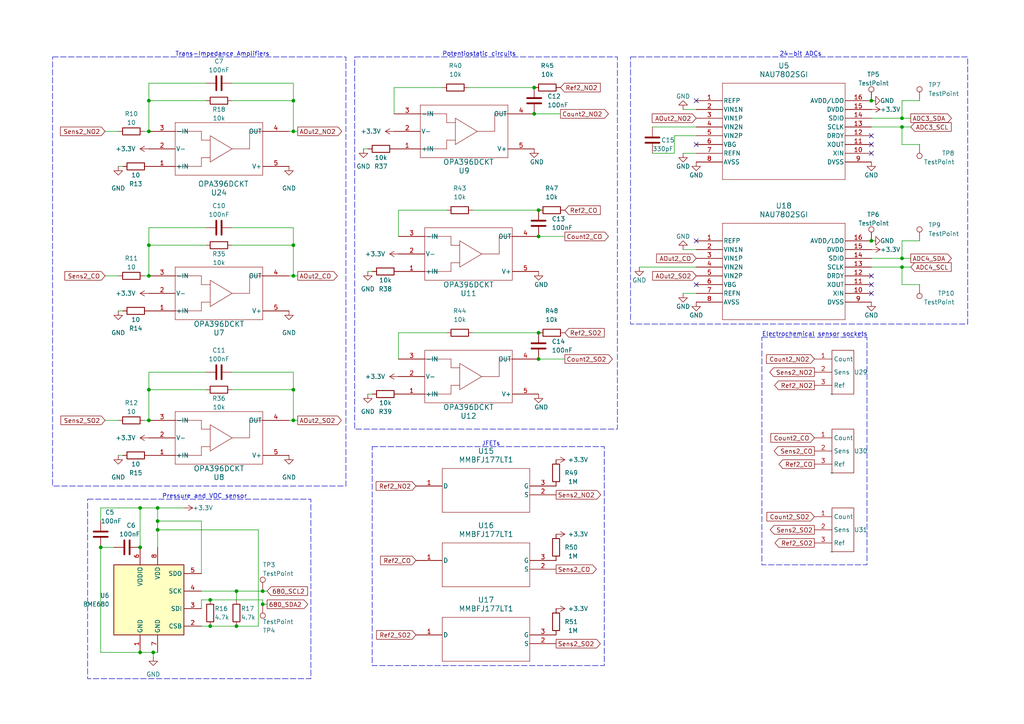
<source format=kicad_sch>
(kicad_sch (version 20230121) (generator eeschema)
  (paper "A4")
  (lib_symbols
    (symbol "Connector:TestPoint" (pin_numbers hide) (pin_names (offset 0.762) hide)
      (property "Reference" "TP" (at 0 6.858 0))
      (property "Value" "TestPoint" (at 0 5.08 0))
      (symbol "TestPoint_0_1"
        (circle (center 0 3.302) (radius 0.762))
      )
      (symbol "TestPoint_1_1"
        (pin passive line (at 0 0 90) (length 2.54) (name "1") (number "1"))
      )
    )
    (symbol "Device:C" (pin_numbers hide) (pin_names (offset 0.254))
      (property "Reference" "C" (at 0.635 2.54 0))
      (property "Value" "C" (at 0.635 -2.54 0))
      (symbol "C_0_1"
        (polyline (pts (xy -2.032 -0.762) (xy 2.032 -0.762)) (stroke (width 0.508)))
        (polyline (pts (xy -2.032 0.762) (xy 2.032 0.762)) (stroke (width 0.508)))
      )
      (symbol "C_1_1"
        (pin passive line (at 0 3.81 270) (length 2.794) (name "~") (number "1"))
        (pin passive line (at 0 -3.81 90) (length 2.794) (name "~") (number "2"))
      )
    )
    (symbol "Device:R" (pin_numbers hide) (pin_names (offset 0))
      (property "Reference" "R" (at 2.032 0 90))
      (property "Value" "R" (at 0 0 90))
      (symbol "R_0_1"
        (rectangle (start -1.016 -2.54) (end 1.016 2.54) (stroke (width 0.254)))
      )
      (symbol "R_1_1"
        (pin passive line (at 0 3.81 270) (length 1.27) (name "~") (number "1"))
        (pin passive line (at 0 -3.81 90) (length 1.27) (name "~") (number "2"))
      )
    )
    (symbol "EChem socket:3-pin_socket"
      (property "Reference" "U" (at 0 -1.143 0))
      (symbol "3-pin_socket_0_1"
        (rectangle (start 0 12.7) (end 6.35 0))
      )
      (symbol "3-pin_socket_1_1"
        (pin passive line (at -5.08 10.16 0) (length 5.08) (name "Count") (number "1"))
        (pin passive line (at -5.08 6.35 0) (length 5.08) (name "Sens") (number "2"))
        (pin passive line (at -5.08 2.54 0) (length 5.08) (name "Ref") (number "3"))
      )
    )
    (symbol "GND_10" (power) (pin_names (offset 0))
      (property "Value" "GND_10" (at 0 -3.81 0))
      (symbol "GND_10_0_1"
        (polyline (pts (xy 0 0) (xy 0 -1.27) (xy 1.27 -1.27) (xy 0 -2.54) (xy -1.27 -1.27) (xy 0 -1.27)))
      )
      (symbol "GND_10_1_1"
        (pin power_in line (at 0 0 270) (length 0) hide (name "GND") (number "1"))
      )
    )
    (symbol "GND_4" (power) (pin_names (offset 0))
      (property "Value" "GND_4" (at 0 -3.81 0))
      (symbol "GND_4_0_1"
        (polyline (pts (xy 0 0) (xy 0 -1.27) (xy 1.27 -1.27) (xy 0 -2.54) (xy -1.27 -1.27) (xy 0 -1.27)))
      )
      (symbol "GND_4_1_1"
        (pin power_in line (at 0 0 270) (length 0) hide (name "GND") (number "1"))
      )
    )
    (symbol "GND_5" (power) (pin_names (offset 0))
      (property "Value" "GND_5" (at 0 -3.81 0))
      (symbol "GND_5_0_1"
        (polyline (pts (xy 0 0) (xy 0 -1.27) (xy 1.27 -1.27) (xy 0 -2.54) (xy -1.27 -1.27) (xy 0 -1.27)))
      )
      (symbol "GND_5_1_1"
        (pin power_in line (at 0 0 270) (length 0) hide (name "GND") (number "1"))
      )
    )
    (symbol "GND_6" (power) (pin_names (offset 0))
      (property "Value" "GND_6" (at 0 -3.81 0))
      (symbol "GND_6_0_1"
        (polyline (pts (xy 0 0) (xy 0 -1.27) (xy 1.27 -1.27) (xy 0 -2.54) (xy -1.27 -1.27) (xy 0 -1.27)))
      )
      (symbol "GND_6_1_1"
        (pin power_in line (at 0 0 270) (length 0) hide (name "GND") (number "1"))
      )
    )
    (symbol "GND_7" (power) (pin_names (offset 0))
      (property "Value" "GND_7" (at 0 -3.81 0))
      (symbol "GND_7_0_1"
        (polyline (pts (xy 0 0) (xy 0 -1.27) (xy 1.27 -1.27) (xy 0 -2.54) (xy -1.27 -1.27) (xy 0 -1.27)))
      )
      (symbol "GND_7_1_1"
        (pin power_in line (at 0 0 270) (length 0) hide (name "GND") (number "1"))
      )
    )
    (symbol "GND_8" (power) (pin_names (offset 0))
      (property "Value" "GND_8" (at 0 -3.81 0))
      (symbol "GND_8_0_1"
        (polyline (pts (xy 0 0) (xy 0 -1.27) (xy 1.27 -1.27) (xy 0 -2.54) (xy -1.27 -1.27) (xy 0 -1.27)))
      )
      (symbol "GND_8_1_1"
        (pin power_in line (at 0 0 270) (length 0) hide (name "GND") (number "1"))
      )
    )
    (symbol "GND_9" (power) (pin_names (offset 0))
      (property "Value" "GND_9" (at 0 -3.81 0))
      (symbol "GND_9_0_1"
        (polyline (pts (xy 0 0) (xy 0 -1.27) (xy 1.27 -1.27) (xy 0 -2.54) (xy -1.27 -1.27) (xy 0 -1.27)))
      )
      (symbol "GND_9_1_1"
        (pin power_in line (at 0 0 270) (length 0) hide (name "GND") (number "1"))
      )
    )
    (symbol "MMBFJ177LT1G:MMBFJ177LT1" (pin_names (offset 0.254))
      (property "Reference" "U" (at 20.32 10.16 0))
      (property "Value" "MMBFJ177LT1" (at 20.32 7.62 0))
      (symbol "MMBFJ177LT1_0_1"
        (polyline (pts (xy 7.62 -7.62) (xy 33.02 -7.62)) (stroke (width 0.127)))
        (polyline (pts (xy 7.62 5.08) (xy 7.62 -7.62)) (stroke (width 0.127)))
        (polyline (pts (xy 33.02 -7.62) (xy 33.02 5.08)) (stroke (width 0.127)))
        (polyline (pts (xy 33.02 5.08) (xy 7.62 5.08)) (stroke (width 0.127)))
      )
      (symbol "MMBFJ177LT1_1_1"
        (pin passive line (at 0 0 0) (length 7.62) (name "D") (number "1"))
        (pin passive line (at 40.64 -2.54 180) (length 7.62) (name "S") (number "2"))
        (pin passive line (at 40.64 0 180) (length 7.62) (name "G") (number "3"))
      )
    )
    (symbol "NAU7802:NAU7802SGI" (pin_names (offset 0.254))
      (property "Reference" "U" (at 25.4 10.16 0))
      (property "Value" "NAU7802SGI" (at 25.4 7.62 0))
      (symbol "NAU7802SGI_0_1"
        (polyline (pts (xy 7.62 -22.86) (xy 43.18 -22.86)) (stroke (width 0.127)))
        (polyline (pts (xy 7.62 5.08) (xy 7.62 -22.86)) (stroke (width 0.127)))
        (polyline (pts (xy 43.18 -22.86) (xy 43.18 5.08)) (stroke (width 0.127)))
        (polyline (pts (xy 43.18 5.08) (xy 7.62 5.08)) (stroke (width 0.127)))
        (pin output line (at 50.8 -12.7 180) (length 7.62) (name "XOUT") (number "11"))
        (pin power_in line (at 50.8 -2.54 180) (length 7.62) (name "DVDD") (number "15"))
        (pin power_in line (at 50.8 0 180) (length 7.62) (name "AVDD/LDO") (number "16"))
        (pin input line (at 0 -2.54 0) (length 7.62) (name "VIN1N") (number "2"))
        (pin input line (at 0 -5.08 0) (length 7.62) (name "VIN1P") (number "3"))
        (pin input line (at 0 -7.62 0) (length 7.62) (name "VIN2N") (number "4"))
        (pin input line (at 0 -10.16 0) (length 7.62) (name "VIN2P") (number "5"))
        (pin power_out line (at 0 -17.78 0) (length 7.62) (name "AVSS") (number "8"))
        (pin power_out line (at 50.8 -17.78 180) (length 7.62) (name "DVSS") (number "9"))
      )
      (symbol "NAU7802SGI_1_1"
        (pin passive line (at 0 0 0) (length 7.62) (name "REFP") (number "1"))
        (pin passive line (at 50.8 -15.24 180) (length 7.62) (name "XIN") (number "10"))
        (pin passive line (at 50.8 -10.16 180) (length 7.62) (name "DRDY") (number "12"))
        (pin passive line (at 50.8 -7.62 180) (length 7.62) (name "SCLK") (number "13"))
        (pin passive line (at 50.8 -5.08 180) (length 7.62) (name "SDIO") (number "14"))
        (pin passive line (at 0 -12.7 0) (length 7.62) (name "VBG") (number "6"))
        (pin passive line (at 0 -15.24 0) (length 7.62) (name "REFN") (number "7"))
      )
    )
    (symbol "OPA396DCKT:OPA396DCKT" (pin_names (offset 0.254))
      (property "Reference" "U" (at 20.32 7.62 0))
      (property "Value" "OPA396DCKT" (at 20.32 5.08 0))
      (symbol "OPA396DCKT_0_1"
        (polyline (pts (xy 7.62 -12.7) (xy 33.02 -12.7)) (stroke (width 0.127)))
        (polyline (pts (xy 7.62 -10.16) (xy 15.24 -10.16)) (stroke (width 0.127)))
        (polyline (pts (xy 7.62 0) (xy 15.24 0)) (stroke (width 0.127)))
        (polyline (pts (xy 7.62 2.54) (xy 7.62 -12.7)) (stroke (width 0.127)))
        (polyline (pts (xy 15.24 -10.16) (xy 15.24 -7.62)) (stroke (width 0.127)))
        (polyline (pts (xy 15.24 -7.62) (xy 17.78 -7.62)) (stroke (width 0.127)))
        (polyline (pts (xy 15.24 -2.54) (xy 17.78 -2.54)) (stroke (width 0.127)))
        (polyline (pts (xy 15.24 0) (xy 15.24 -2.54)) (stroke (width 0.127)))
        (polyline (pts (xy 17.78 -8.89) (xy 24.13 -5.08)) (stroke (width 0.127)))
        (polyline (pts (xy 17.78 -1.27) (xy 17.78 -8.89)) (stroke (width 0.127)))
        (polyline (pts (xy 17.78 -1.27) (xy 24.13 -5.08)) (stroke (width 0.127)))
        (polyline (pts (xy 29.21 -10.16) (xy 29.21 -5.08)) (stroke (width 0.127)))
        (polyline (pts (xy 29.21 -5.08) (xy 24.13 -5.08)) (stroke (width 0.127)))
        (polyline (pts (xy 33.02 -12.7) (xy 33.02 2.54)) (stroke (width 0.127)))
        (polyline (pts (xy 33.02 -10.16) (xy 29.21 -10.16)) (stroke (width 0.127)))
        (polyline (pts (xy 33.02 2.54) (xy 7.62 2.54)) (stroke (width 0.127)))
        (pin input line (at 0 0 0) (length 7.62) (name "+IN") (number "1"))
        (pin power_in line (at 0 -5.08 0) (length 7.62) (name "V-") (number "2"))
        (pin input line (at 0 -10.16 0) (length 7.62) (name "-IN") (number "3"))
        (pin output line (at 40.64 -10.16 180) (length 7.62) (name "OUT") (number "4"))
        (pin power_in line (at 40.64 0 180) (length 7.62) (name "V+") (number "5"))
      )
    )
    (symbol "Sensor:BME680"
      (property "Reference" "U" (at -8.89 11.43 0))
      (property "Value" "BME680" (at 7.62 11.43 0))
      (symbol "BME680_0_1"
        (rectangle (start -10.16 10.16) (end 10.16 -10.16) (stroke (width 0.254)) (fill (type background)))
      )
      (symbol "BME680_1_1"
        (pin power_in line (at -2.54 -15.24 90) (length 5.08) (name "GND") (number "1"))
        (pin input line (at 15.24 -7.62 180) (length 5.08) (name "CSB") (number "2"))
        (pin bidirectional line (at 15.24 -2.54 180) (length 5.08) (name "SDI") (number "3"))
        (pin input line (at 15.24 2.54 180) (length 5.08) (name "SCK") (number "4"))
        (pin bidirectional line (at 15.24 7.62 180) (length 5.08) (name "SDO") (number "5"))
        (pin power_in line (at -2.54 15.24 270) (length 5.08) (name "VDDIO") (number "6"))
        (pin power_in line (at 2.54 -15.24 90) (length 5.08) (name "GND") (number "7"))
        (pin power_in line (at 2.54 15.24 270) (length 5.08) (name "VDD") (number "8"))
      )
    )
    (symbol "power:+3.3V" (power) (pin_names (offset 0))
      (property "Value" "+3.3V" (at 0 3.556 0))
      (symbol "+3.3V_0_1"
        (polyline (pts (xy -0.762 1.27) (xy 0 2.54)))
        (polyline (pts (xy 0 0) (xy 0 2.54)))
        (polyline (pts (xy 0 2.54) (xy 0.762 1.27)))
      )
      (symbol "+3.3V_1_1"
        (pin power_in line (at 0 0 90) (length 0) hide (name "+3.3V") (number "1"))
      )
    )
    (symbol "power:GND" (power) (pin_names (offset 0))
      (property "Value" "GND" (at 0 -3.81 0))
      (symbol "GND_0_1"
        (polyline (pts (xy 0 0) (xy 0 -1.27) (xy 1.27 -1.27) (xy 0 -2.54) (xy -1.27 -1.27) (xy 0 -1.27)))
      )
      (symbol "GND_1_1"
        (pin power_in line (at 0 0 270) (length 0) hide (name "GND") (number "1"))
      )
    )
  )
  (junction (at 43.18 80.01))
  (junction (at 45.72 151.13))
  (junction (at 68.58 171.45))
  (junction (at 261.62 36.83))
  (junction (at 60.96 181.61))
  (junction (at 252.73 69.85))
  (junction (at 85.09 113.03))
  (junction (at 156.21 60.96))
  (junction (at 156.21 68.58))
  (junction (at 43.18 38.1))
  (junction (at 156.21 104.14))
  (junction (at 40.64 189.23))
  (junction (at 85.09 80.01))
  (junction (at 40.64 147.32))
  (junction (at 85.09 121.92))
  (junction (at 156.21 96.52))
  (junction (at 261.62 77.47))
  (junction (at 85.09 29.21))
  (junction (at 85.09 71.12))
  (junction (at 43.18 121.92))
  (junction (at 261.62 34.29))
  (junction (at 68.58 181.61))
  (junction (at 154.94 25.4))
  (junction (at 43.18 71.12))
  (junction (at 43.18 113.03))
  (junction (at 44.45 189.23))
  (junction (at 29.21 158.75))
  (junction (at 76.2 175.26))
  (junction (at 40.64 158.75))
  (junction (at 261.62 74.93))
  (junction (at 85.09 38.1))
  (junction (at 43.18 29.21))
  (junction (at 76.2 171.45))
  (junction (at 154.94 33.02))
  (junction (at 252.73 29.21))
  (junction (at 45.72 153.67))
  (junction (at 45.72 147.32))
  (junction (at 60.96 173.99))
  (no_connect (at 252.73 44.45))
  (no_connect (at 201.93 82.55))
  (no_connect (at 252.73 80.01))
  (no_connect (at 252.73 41.91))
  (no_connect (at 201.93 29.21))
  (no_connect (at 201.93 69.85))
  (no_connect (at 201.93 41.91))
  (no_connect (at 252.73 82.55))
  (no_connect (at 252.73 39.37))
  (no_connect (at 252.73 85.09))
  (wire (pts (xy 43.18 121.92) (xy 43.18 113.03)))
  (wire (pts (xy 252.73 34.29) (xy 261.62 34.29)))
  (wire (pts (xy 261.62 29.21) (xy 266.7 29.21)))
  (wire (pts (xy 30.48 80.01) (xy 34.29 80.01)))
  (wire (pts (xy 45.72 151.13) (xy 45.72 147.32)))
  (wire (pts (xy 252.73 74.93) (xy 261.62 74.93)))
  (wire (pts (xy 106.68 78.74) (xy 107.95 78.74)))
  (wire (pts (xy 30.48 38.1) (xy 34.29 38.1)))
  (wire (pts (xy 83.82 80.01) (xy 85.09 80.01)))
  (wire (pts (xy 30.48 121.92) (xy 34.29 121.92)))
  (wire (pts (xy 68.58 171.45) (xy 76.2 171.45)))
  (wire (pts (xy 58.42 151.13) (xy 58.42 166.37)))
  (wire (pts (xy 195.58 39.37) (xy 201.93 39.37)))
  (wire (pts (xy 114.3 25.4) (xy 114.3 33.02)))
  (wire (pts (xy 43.18 24.13) (xy 59.69 24.13)))
  (wire (pts (xy 40.64 147.32) (xy 45.72 147.32)))
  (wire (pts (xy 34.29 48.26) (xy 35.56 48.26)))
  (wire (pts (xy 43.18 113.03) (xy 43.18 107.95)))
  (wire (pts (xy 34.29 132.08) (xy 35.56 132.08)))
  (wire (pts (xy 41.91 121.92) (xy 43.18 121.92)))
  (wire (pts (xy 43.18 29.21) (xy 59.69 29.21)))
  (wire (pts (xy 74.93 153.67) (xy 74.93 181.61)))
  (wire (pts (xy 74.93 153.67) (xy 45.72 153.67)))
  (wire (pts (xy 58.42 173.99) (xy 60.96 173.99)))
  (wire (pts (xy 261.62 74.93) (xy 264.16 74.93)))
  (wire (pts (xy 85.09 29.21) (xy 67.31 29.21)))
  (wire (pts (xy 43.18 113.03) (xy 59.69 113.03)))
  (wire (pts (xy 105.41 43.18) (xy 106.68 43.18)))
  (wire (pts (xy 83.82 121.92) (xy 85.09 121.92)))
  (wire (pts (xy 189.23 36.83) (xy 201.93 36.83)))
  (wire (pts (xy 252.73 77.47) (xy 261.62 77.47)))
  (wire (pts (xy 135.89 25.4) (xy 154.94 25.4)))
  (wire (pts (xy 129.54 60.96) (xy 115.57 60.96)))
  (wire (pts (xy 40.64 147.32) (xy 40.64 158.75)))
  (wire (pts (xy 85.09 71.12) (xy 67.31 71.12)))
  (wire (pts (xy 129.54 96.52) (xy 115.57 96.52)))
  (wire (pts (xy 154.94 33.02) (xy 162.56 33.02)))
  (wire (pts (xy 185.42 77.47) (xy 201.93 77.47)))
  (wire (pts (xy 195.58 44.45) (xy 195.58 39.37)))
  (wire (pts (xy 106.68 114.3) (xy 107.95 114.3)))
  (wire (pts (xy 29.21 158.75) (xy 33.02 158.75)))
  (wire (pts (xy 261.62 74.93) (xy 261.62 69.85)))
  (wire (pts (xy 43.18 66.04) (xy 59.69 66.04)))
  (wire (pts (xy 85.09 113.03) (xy 67.31 113.03)))
  (wire (pts (xy 137.16 60.96) (xy 156.21 60.96)))
  (wire (pts (xy 85.09 29.21) (xy 85.09 24.13)))
  (wire (pts (xy 85.09 38.1) (xy 86.36 38.1)))
  (wire (pts (xy 115.57 60.96) (xy 115.57 68.58)))
  (wire (pts (xy 261.62 36.83) (xy 264.16 36.83)))
  (wire (pts (xy 68.58 181.61) (xy 74.93 181.61)))
  (wire (pts (xy 60.96 173.99) (xy 76.2 173.99)))
  (wire (pts (xy 261.62 82.55) (xy 261.62 77.47)))
  (wire (pts (xy 58.42 173.99) (xy 58.42 176.53)))
  (wire (pts (xy 34.29 90.17) (xy 35.56 90.17)))
  (wire (pts (xy 266.7 41.91) (xy 261.62 41.91)))
  (wire (pts (xy 43.18 71.12) (xy 59.69 71.12)))
  (wire (pts (xy 252.73 36.83) (xy 261.62 36.83)))
  (wire (pts (xy 85.09 71.12) (xy 85.09 66.04)))
  (wire (pts (xy 60.96 181.61) (xy 68.58 181.61)))
  (wire (pts (xy 29.21 147.32) (xy 40.64 147.32)))
  (wire (pts (xy 58.42 151.13) (xy 45.72 151.13)))
  (wire (pts (xy 43.18 29.21) (xy 43.18 38.1)))
  (wire (pts (xy 68.58 173.99) (xy 68.58 171.45)))
  (wire (pts (xy 261.62 77.47) (xy 264.16 77.47)))
  (wire (pts (xy 45.72 153.67) (xy 45.72 151.13)))
  (wire (pts (xy 85.09 38.1) (xy 85.09 29.21)))
  (wire (pts (xy 76.2 171.45) (xy 77.47 171.45)))
  (wire (pts (xy 45.72 147.32) (xy 53.34 147.32)))
  (wire (pts (xy 85.09 66.04) (xy 67.31 66.04)))
  (wire (pts (xy 198.12 72.39) (xy 201.93 72.39)))
  (wire (pts (xy 29.21 151.13) (xy 29.21 147.32)))
  (wire (pts (xy 76.2 173.99) (xy 76.2 175.26)))
  (wire (pts (xy 58.42 181.61) (xy 60.96 181.61)))
  (wire (pts (xy 29.21 189.23) (xy 40.64 189.23)))
  (wire (pts (xy 44.45 189.23) (xy 44.45 190.5)))
  (wire (pts (xy 85.09 121.92) (xy 86.36 121.92)))
  (wire (pts (xy 128.27 25.4) (xy 114.3 25.4)))
  (wire (pts (xy 43.18 107.95) (xy 59.69 107.95)))
  (wire (pts (xy 261.62 41.91) (xy 261.62 36.83)))
  (wire (pts (xy 85.09 121.92) (xy 85.09 113.03)))
  (wire (pts (xy 43.18 80.01) (xy 43.18 71.12)))
  (wire (pts (xy 198.12 31.75) (xy 201.93 31.75)))
  (wire (pts (xy 45.72 189.23) (xy 44.45 189.23)))
  (wire (pts (xy 189.23 44.45) (xy 195.58 44.45)))
  (wire (pts (xy 156.21 104.14) (xy 163.83 104.14)))
  (wire (pts (xy 68.58 171.45) (xy 58.42 171.45)))
  (wire (pts (xy 43.18 29.21) (xy 43.18 24.13)))
  (wire (pts (xy 137.16 96.52) (xy 156.21 96.52)))
  (wire (pts (xy 115.57 96.52) (xy 115.57 104.14)))
  (wire (pts (xy 85.09 80.01) (xy 86.36 80.01)))
  (wire (pts (xy 45.72 158.75) (xy 45.72 153.67)))
  (wire (pts (xy 41.91 80.01) (xy 43.18 80.01)))
  (wire (pts (xy 43.18 71.12) (xy 43.18 66.04)))
  (wire (pts (xy 40.64 189.23) (xy 44.45 189.23)))
  (wire (pts (xy 85.09 113.03) (xy 85.09 107.95)))
  (wire (pts (xy 261.62 34.29) (xy 261.62 29.21)))
  (wire (pts (xy 85.09 80.01) (xy 85.09 71.12)))
  (wire (pts (xy 261.62 69.85) (xy 266.7 69.85)))
  (wire (pts (xy 83.82 38.1) (xy 85.09 38.1)))
  (wire (pts (xy 85.09 24.13) (xy 67.31 24.13)))
  (wire (pts (xy 29.21 158.75) (xy 29.21 189.23)))
  (wire (pts (xy 85.09 107.95) (xy 67.31 107.95)))
  (wire (pts (xy 156.21 68.58) (xy 163.83 68.58)))
  (wire (pts (xy 198.12 85.09) (xy 201.93 85.09)))
  (wire (pts (xy 266.7 82.55) (xy 261.62 82.55)))
  (wire (pts (xy 198.12 44.45) (xy 201.93 44.45)))
  (wire (pts (xy 76.2 175.26) (xy 77.47 175.26)))
  (wire (pts (xy 41.91 38.1) (xy 43.18 38.1)))
  (wire (pts (xy 261.62 34.29) (xy 264.16 34.29)))
  (rectangle (start 182.88 16.51) (end 280.67 93.98) (stroke (width 0) (type dash)))
  (rectangle (start 107.95 129.54) (end 175.26 193.04) (stroke (width 0) (type dash)))
  (rectangle (start 102.87 16.51) (end 179.07 124.46) (stroke (width 0) (type dash)))
  (rectangle (start 220.98 97.79) (end 251.46 163.83) (stroke (width 0) (type dash)))
  (rectangle (start 15.24 16.51) (end 100.33 140.97) (stroke (width 0) (type dash)))
  (rectangle (start 25.4 144.78) (end 90.17 196.85) (stroke (width 0) (type dash)))
  (text "JFETs" (at 139.7 129.54 0) (effects (font (size 1.27 1.27)) (justify left bottom)))
  (text "Potentiostatic circuits\n" (at 128.27 16.51 0) (effects (font (size 1.27 1.27)) (justify left bottom)))
  (text "24-bit ADCs" (at 226.06 16.51 0) (effects (font (size 1.27 1.27)) (justify left bottom)))
  (text "Electrochemical sensor sockets" (at 220.98 97.79 0) (effects (font (size 1.27 1.27)) (justify left bottom)))
  (text "Pressure and VOC sensor" (at 46.99 144.78 0) (effects (font (size 1.27 1.27)) (justify left bottom)))
  (text "Trans-Impedance Amplifiers\n" (at 50.8 16.51 0) (effects (font (size 1.27 1.27)) (justify left bottom)))
  (global_label "Ref2_NO2" (shape input) (at 162.56 25.4 0) (property "Intersheetrefs" "${INTERSHEET_REFS}" (effects hide)))
  (global_label "Ref2_SO2" (shape input) (at 120.65 184.15 180) (property "Intersheetrefs" "${INTERSHEET_REFS}" (effects hide)))
  (global_label "ADC4_SDA" (shape output) (at 264.16 74.93 0) (property "Intersheetrefs" "${INTERSHEET_REFS}" (effects hide)))
  (global_label "ADC3_SCL" (shape input) (at 264.16 36.83 0) (property "Intersheetrefs" "${INTERSHEET_REFS}" (effects hide)))
  (global_label "Ref2_CO" (shape input) (at 120.65 162.56 180) (property "Intersheetrefs" "${INTERSHEET_REFS}" (effects hide)))
  (global_label "Sens2_CO" (shape output) (at 236.22 130.81 180) (property "Intersheetrefs" "${INTERSHEET_REFS}" (effects hide)))
  (global_label "Count2_CO" (shape input) (at 236.22 127 180) (property "Intersheetrefs" "${INTERSHEET_REFS}" (effects hide)))
  (global_label "Ref2_CO" (shape input) (at 163.83 60.96 0) (property "Intersheetrefs" "${INTERSHEET_REFS}" (effects hide)))
  (global_label "Sens2_NO2" (shape output) (at 161.29 143.51 0) (property "Intersheetrefs" "${INTERSHEET_REFS}" (effects hide)))
  (global_label "AOut2_NO2" (shape input) (at 201.93 34.29 180) (property "Intersheetrefs" "${INTERSHEET_REFS}" (effects hide)))
  (global_label "Sens2_SO2" (shape input) (at 30.48 121.92 180) (property "Intersheetrefs" "${INTERSHEET_REFS}" (effects hide)))
  (global_label "Sens2_NO2" (shape input) (at 30.48 38.1 180) (property "Intersheetrefs" "${INTERSHEET_REFS}" (effects hide)))
  (global_label "Count2_SO2" (shape input) (at 236.22 149.86 180) (property "Intersheetrefs" "${INTERSHEET_REFS}" (effects hide)))
  (global_label "Sens2_CO" (shape output) (at 161.29 165.1 0) (property "Intersheetrefs" "${INTERSHEET_REFS}" (effects hide)))
  (global_label "AOut2_NO2" (shape output) (at 86.36 38.1 0) (property "Intersheetrefs" "${INTERSHEET_REFS}" (effects hide)))
  (global_label "ADC3_SDA" (shape output) (at 264.16 34.29 0) (property "Intersheetrefs" "${INTERSHEET_REFS}" (effects hide)))
  (global_label "Count2_SO2" (shape output) (at 163.83 104.14 0) (property "Intersheetrefs" "${INTERSHEET_REFS}" (effects hide)))
  (global_label "Sens2_SO2" (shape output) (at 236.22 153.67 180) (property "Intersheetrefs" "${INTERSHEET_REFS}" (effects hide)))
  (global_label "Sens2_CO" (shape input) (at 30.48 80.01 180) (property "Intersheetrefs" "${INTERSHEET_REFS}" (effects hide)))
  (global_label "AOut2_SO2" (shape input) (at 201.93 80.01 180) (property "Intersheetrefs" "${INTERSHEET_REFS}" (effects hide)))
  (global_label "Count2_NO2" (shape output) (at 162.56 33.02 0) (property "Intersheetrefs" "${INTERSHEET_REFS}" (effects hide)))
  (global_label "680_SCL2" (shape input) (at 77.47 171.45 0) (property "Intersheetrefs" "${INTERSHEET_REFS}" (effects hide)))
  (global_label "Sens2_NO2" (shape output) (at 236.22 107.95 180) (property "Intersheetrefs" "${INTERSHEET_REFS}" (effects hide)))
  (global_label "Ref2_NO2" (shape output) (at 236.22 111.76 180) (property "Intersheetrefs" "${INTERSHEET_REFS}" (effects hide)))
  (global_label "Ref2_NO2" (shape input) (at 120.65 140.97 180) (property "Intersheetrefs" "${INTERSHEET_REFS}" (effects hide)))
  (global_label "Sens2_SO2" (shape output) (at 161.29 186.69 0) (property "Intersheetrefs" "${INTERSHEET_REFS}" (effects hide)))
  (global_label "Ref2_SO2" (shape input) (at 163.83 96.52 0) (property "Intersheetrefs" "${INTERSHEET_REFS}" (effects hide)))
  (global_label "Count2_CO" (shape output) (at 163.83 68.58 0) (property "Intersheetrefs" "${INTERSHEET_REFS}" (effects hide)))
  (global_label "AOut2_CO" (shape output) (at 86.36 80.01 0) (property "Intersheetrefs" "${INTERSHEET_REFS}" (effects hide)))
  (global_label "680_SDA2" (shape output) (at 77.47 175.26 0) (property "Intersheetrefs" "${INTERSHEET_REFS}" (effects hide)))
  (global_label "Count2_NO2" (shape input) (at 236.22 104.14 180) (property "Intersheetrefs" "${INTERSHEET_REFS}" (effects hide)))
  (global_label "AOut2_SO2" (shape output) (at 86.36 121.92 0) (property "Intersheetrefs" "${INTERSHEET_REFS}" (effects hide)))
  (global_label "AOut2_CO" (shape input) (at 201.93 74.93 180) (property "Intersheetrefs" "${INTERSHEET_REFS}" (effects hide)))
  (global_label "ADC4_SCL" (shape input) (at 264.16 77.47 0) (property "Intersheetrefs" "${INTERSHEET_REFS}" (effects hide)))
  (global_label "Ref2_CO" (shape output) (at 236.22 134.62 180) (property "Intersheetrefs" "${INTERSHEET_REFS}" (effects hide)))
  (global_label "Ref2_SO2" (shape output) (at 236.22 157.48 180) (property "Intersheetrefs" "${INTERSHEET_REFS}" (effects hide)))
  (symbol (lib_id "power:+3.3V") (at 115.57 73.66 90) (unit 1)
    (property "Reference" "#PWR026" (effects hide))
    (property "Value" "+3.3V" (at 111.76 73.66 90) (effects (justify left)))
  )
  (symbol (lib_id "Connector:TestPoint") (at 266.7 82.55 0) (mirror x) (unit 1)
    (property "Reference" "TP10" (at 276.86 85.09 0) (effects (justify right)))
    (property "Value" "TestPoint" (at 276.86 87.63 0) (effects (justify right)))
    (property "Footprint" "TestPoint:TestPoint_Pad_D1.5mm" (effects hide))
  )
  (symbol (lib_id "Device:R") (at 132.08 25.4 270) (unit 1)
    (property "Reference" "R40" (at 132.08 19.05 90))
    (property "Value" "10k" (at 132.08 21.59 90))
    (property "Footprint" "Resistor_SMD:R_0603_1608Metric" (effects hide))
  )
  (symbol (lib_id "Device:C") (at 63.5 107.95 270) (unit 1)
    (property "Reference" "C11" (at 63.5 101.6 90))
    (property "Value" "100nF" (at 63.5 104.14 90))
    (property "Footprint" "Capacitor_SMD:C_0603_1608Metric" (effects hide))
  )
  (symbol (lib_name "GND_5") (lib_id "power:GND") (at 83.82 48.26 0) (unit 1)
    (property "Reference" "#PWR014" (effects hide))
    (property "Value" "GND" (at 83.82 54.61 0))
  )
  (symbol (lib_name "GND_6") (lib_id "power:GND") (at 156.21 78.74 0) (mirror y) (unit 1)
    (property "Reference" "#PWR029" (effects hide))
    (property "Value" "GND" (at 154.94 82.55 0) (effects (justify right)))
  )
  (symbol (lib_id "Device:C") (at 154.94 29.21 0) (unit 1)
    (property "Reference" "C12" (at 158.75 27.94 0) (effects (justify left)))
    (property "Value" "100nF" (at 158.75 30.48 0) (effects (justify left)))
    (property "Footprint" "Capacitor_SMD:C_0603_1608Metric" (effects hide))
  )
  (symbol (lib_id "power:+3.3V") (at 252.73 31.75 270) (unit 1)
    (property "Reference" "#PWR077" (effects hide))
    (property "Value" "+3.3V" (at 255.27 31.75 90) (effects (justify left)))
  )
  (symbol (lib_id "Device:R") (at 161.29 158.75 0) (mirror x) (unit 1)
    (property "Reference" "R50" (at 167.64 158.75 0) (effects (justify right)))
    (property "Value" "1M" (at 167.64 161.29 0) (effects (justify right)))
    (property "Footprint" "Resistor_SMD:R_0603_1608Metric" (effects hide))
  )
  (symbol (lib_id "Device:R") (at 110.49 43.18 270) (unit 1)
    (property "Reference" "R37" (at 110.49 48.26 90))
    (property "Value" "10k" (at 110.49 45.72 90))
    (property "Footprint" "Resistor_SMD:R_0603_1608Metric" (effects hide))
  )
  (symbol (lib_id "MMBFJ177LT1G:MMBFJ177LT1") (at 120.65 184.15 0) (unit 1)
    (property "Reference" "U17" (at 140.97 173.99 0) (effects (font (size 1.524 1.524))))
    (property "Value" "MMBFJ177LT1" (at 140.97 176.53 0) (effects (font (size 1.524 1.524))))
    (property "Footprint" "MMBFJ177LT1G:SOT-23-3_1P4X3P040_ONS" (effects hide))
    (property "Datasheet" "MMBFJ177LT1" (effects hide))
  )
  (symbol (lib_id "Device:R") (at 63.5 113.03 270) (unit 1)
    (property "Reference" "R36" (at 63.5 115.57 90))
    (property "Value" "10k" (at 63.5 118.11 90))
    (property "Footprint" "Resistor_SMD:R_0603_1608Metric" (effects hide))
  )
  (symbol (lib_name "GND_4") (lib_id "power:GND") (at 105.41 43.18 0) (unit 1)
    (property "Reference" "#PWR022" (effects hide))
    (property "Value" "GND" (at 105.41 48.26 0))
  )
  (symbol (lib_id "power:+3.3V") (at 43.18 127 90) (unit 1)
    (property "Reference" "#PWR012" (effects hide))
    (property "Value" "+3.3V" (at 39.37 127 90) (effects (justify left)))
  )
  (symbol (lib_id "Device:R") (at 39.37 132.08 270) (unit 1)
    (property "Reference" "R15" (at 39.37 137.16 90))
    (property "Value" "10" (at 39.37 134.62 90))
    (property "Footprint" "Resistor_SMD:R_0603_1608Metric" (effects hide))
  )
  (symbol (lib_id "power:GND") (at 252.73 29.21 90) (unit 1)
    (property "Reference" "#PWR021" (effects hide))
    (property "Value" "GND" (at 255.27 29.21 90) (effects (justify right)))
  )
  (symbol (lib_id "OPA396DCKT:OPA396DCKT") (at 43.18 132.08 0) (mirror x) (unit 1)
    (property "Reference" "U8" (at 63.5 138.43 0) (effects (font (size 1.524 1.524))))
    (property "Value" "OPA396DCKT" (at 63.5 135.89 0) (effects (font (size 1.524 1.524))))
    (property "Footprint" "OPA396DCKT:SC_96DCKT_TEX" (effects hide))
    (property "Datasheet" "OPA396DCKT" (effects hide))
  )
  (symbol (lib_id "power:GND") (at 252.73 69.85 90) (unit 1)
    (property "Reference" "#PWR041" (effects hide))
    (property "Value" "GND" (at 255.27 69.85 90) (effects (justify right)))
  )
  (symbol (lib_id "power:+3.3V") (at 114.3 38.1 90) (unit 1)
    (property "Reference" "#PWR025" (effects hide))
    (property "Value" "+3.3V" (at 110.49 38.1 90) (effects (justify left)))
  )
  (symbol (lib_id "NAU7802:NAU7802SGI") (at 201.93 29.21 0) (unit 1)
    (property "Reference" "U5" (at 227.33 19.05 0) (effects (font (size 1.524 1.524))))
    (property "Value" "NAU7802SGI" (at 227.33 21.59 0) (effects (font (size 1.524 1.524))))
    (property "Footprint" "NAU7802:SOI16_NAU7802SGI_NUV" (effects hide))
    (property "Datasheet" "NAU7802SGI" (effects hide))
  )
  (symbol (lib_name "GND_4") (lib_id "power:GND") (at 106.68 114.3 0) (unit 1)
    (property "Reference" "#PWR024" (effects hide))
    (property "Value" "GND" (at 106.68 119.38 0))
  )
  (symbol (lib_id "Device:R") (at 39.37 90.17 270) (unit 1)
    (property "Reference" "R14" (at 39.37 95.25 90))
    (property "Value" "10" (at 39.37 92.71 90))
    (property "Footprint" "Resistor_SMD:R_0603_1608Metric" (effects hide))
  )
  (symbol (lib_name "GND_8") (lib_id "power:GND") (at 198.12 85.09 0) (unit 1)
    (property "Reference" "#PWR038" (effects hide))
    (property "Value" "GND" (at 198.12 88.9 0))
  )
  (symbol (lib_name "GND_6") (lib_id "power:GND") (at 154.94 43.18 0) (mirror y) (unit 1)
    (property "Reference" "#PWR028" (effects hide))
    (property "Value" "GND" (at 153.67 46.99 0) (effects (justify right)))
  )
  (symbol (lib_id "power:+3.3V") (at 161.29 176.53 270) (unit 1)
    (property "Reference" "#PWR033" (effects hide))
    (property "Value" "+3.3V" (at 167.64 176.53 90))
  )
  (symbol (lib_id "Device:R") (at 111.76 78.74 270) (unit 1)
    (property "Reference" "R38" (at 111.76 83.82 90))
    (property "Value" "10k" (at 111.76 81.28 90))
    (property "Footprint" "Resistor_SMD:R_0603_1608Metric" (effects hide))
  )
  (symbol (lib_id "Device:R") (at 38.1 38.1 270) (unit 1)
    (property "Reference" "R10" (at 38.1 33.02 90))
    (property "Value" "10" (at 38.1 35.56 90))
    (property "Footprint" "Resistor_SMD:R_0603_1608Metric" (effects hide))
  )
  (symbol (lib_name "GND_5") (lib_id "power:GND") (at 83.82 132.08 0) (unit 1)
    (property "Reference" "#PWR019" (effects hide))
    (property "Value" "GND" (at 83.82 138.43 0))
  )
  (symbol (lib_id "Device:R") (at 68.58 177.8 0) (unit 1)
    (property "Reference" "R17" (at 69.85 176.53 0) (effects (justify left)))
    (property "Value" "4.7k" (at 69.85 179.07 0) (effects (justify left)))
    (property "Footprint" "Resistor_SMD:R_0603_1608Metric" (effects hide))
  )
  (symbol (lib_id "Device:R") (at 133.35 60.96 270) (unit 1)
    (property "Reference" "R43" (at 133.35 54.61 90))
    (property "Value" "10k" (at 133.35 57.15 90))
    (property "Footprint" "Resistor_SMD:R_0603_1608Metric" (effects hide))
  )
  (symbol (lib_id "power:GND") (at 44.45 190.5 0) (unit 1)
    (property "Reference" "#PWR09" (effects hide))
    (property "Value" "GND" (at 44.45 195.58 0))
  )
  (symbol (lib_id "OPA396DCKT:OPA396DCKT") (at 43.18 90.17 0) (mirror x) (unit 1)
    (property "Reference" "U7" (at 63.5 96.52 0) (effects (font (size 1.524 1.524))))
    (property "Value" "OPA396DCKT" (at 63.5 93.98 0) (effects (font (size 1.524 1.524))))
    (property "Footprint" "OPA396DCKT:SC_96DCKT_TEX" (effects hide))
    (property "Datasheet" "OPA396DCKT" (effects hide))
  )
  (symbol (lib_id "OPA396DCKT:OPA396DCKT") (at 114.3 43.18 0) (mirror x) (unit 1)
    (property "Reference" "U9" (at 134.62 49.53 0) (effects (font (size 1.524 1.524))))
    (property "Value" "OPA396DCKT" (at 135.89 46.99 0) (effects (font (size 1.524 1.524))))
    (property "Footprint" "OPA396DCKT:SC_96DCKT_TEX" (effects hide))
    (property "Datasheet" "OPA396DCKT" (effects hide))
  )
  (symbol (lib_id "Sensor:BME680") (at 43.18 173.99 0) (unit 1)
    (property "Reference" "U6" (at 31.75 172.72 0) (effects (justify right)))
    (property "Value" "BME680" (at 31.75 175.26 0) (effects (justify right)))
    (property "Footprint" "Package_LGA:Bosch_LGA-8_3x3mm_P0.8mm_ClockwisePinNumbering" (effects hide))
    (property "Datasheet" "https://ae-bst.resource.bosch.com/media/_tech/media/datasheets/BST-BME680-DS001.pdf" (effects hide))
  )
  (symbol (lib_name "GND_5") (lib_id "power:GND") (at 34.29 48.26 0) (unit 1)
    (property "Reference" "#PWR06" (effects hide))
    (property "Value" "GND" (at 34.29 54.61 0))
  )
  (symbol (lib_id "EChem socket:3-pin_socket") (at 241.3 160.02 0) (unit 1)
    (property "Reference" "U31" (at 247.65 153.67 0) (effects (justify left)))
    (property "Value" "~" (at 241.3 160.02 0))
  )
  (symbol (lib_id "power:+3.3V") (at 252.73 72.39 270) (unit 1)
    (property "Reference" "#PWR079" (effects hide))
    (property "Value" "+3.3V" (at 255.27 72.39 90) (effects (justify left)))
  )
  (symbol (lib_id "Device:C") (at 189.23 40.64 0) (unit 1)
    (property "Reference" "C15" (at 191.77 40.64 0) (effects (justify left)))
    (property "Value" "330pF" (at 189.23 43.18 0) (effects (justify left)))
    (property "Footprint" "Capacitor_SMD:C_0603_1608Metric" (effects hide))
  )
  (symbol (lib_id "Device:R") (at 158.75 25.4 270) (unit 1)
    (property "Reference" "R45" (at 158.75 19.05 90))
    (property "Value" "10k" (at 158.75 21.59 90))
    (property "Footprint" "Resistor_SMD:R_0603_1608Metric" (effects hide))
  )
  (symbol (lib_id "Connector:TestPoint") (at 252.73 69.85 0) (unit 1)
    (property "Reference" "TP6" (at 251.46 62.23 0) (effects (justify left)))
    (property "Value" "TestPoint" (at 248.92 64.77 0) (effects (justify left)))
    (property "Footprint" "TestPoint:TestPoint_Pad_D1.5mm" (effects hide))
  )
  (symbol (lib_id "power:+3.3V") (at 161.29 133.35 270) (unit 1)
    (property "Reference" "#PWR031" (effects hide))
    (property "Value" "+3.3V" (at 167.64 133.35 90))
  )
  (symbol (lib_id "Device:R") (at 161.29 137.16 0) (mirror x) (unit 1)
    (property "Reference" "R49" (at 167.64 137.16 0) (effects (justify right)))
    (property "Value" "1M" (at 167.64 139.7 0) (effects (justify right)))
    (property "Footprint" "Resistor_SMD:R_0603_1608Metric" (effects hide))
  )
  (symbol (lib_id "Device:R") (at 63.5 29.21 270) (unit 1)
    (property "Reference" "R18" (at 63.5 31.75 90))
    (property "Value" "10k" (at 63.5 34.29 90))
    (property "Footprint" "Resistor_SMD:R_0603_1608Metric" (effects hide))
  )
  (symbol (lib_id "Device:C") (at 63.5 66.04 270) (unit 1)
    (property "Reference" "C10" (at 63.5 59.69 90))
    (property "Value" "100nF" (at 63.5 62.23 90))
    (property "Footprint" "Capacitor_SMD:C_0603_1608Metric" (effects hide))
  )
  (symbol (lib_id "Device:R") (at 161.29 180.34 0) (mirror x) (unit 1)
    (property "Reference" "R51" (at 167.64 180.34 0) (effects (justify right)))
    (property "Value" "1M" (at 167.64 182.88 0) (effects (justify right)))
    (property "Footprint" "Resistor_SMD:R_0603_1608Metric" (effects hide))
  )
  (symbol (lib_id "Device:R") (at 38.1 121.92 270) (unit 1)
    (property "Reference" "R12" (at 38.1 116.84 90))
    (property "Value" "10" (at 38.1 119.38 90))
    (property "Footprint" "Resistor_SMD:R_0603_1608Metric" (effects hide))
  )
  (symbol (lib_id "NAU7802:NAU7802SGI") (at 201.93 69.85 0) (unit 1)
    (property "Reference" "U18" (at 227.33 59.69 0) (effects (font (size 1.524 1.524))))
    (property "Value" "NAU7802SGI" (at 227.33 62.23 0) (effects (font (size 1.524 1.524))))
    (property "Footprint" "NAU7802:SOI16_NAU7802SGI_NUV" (effects hide))
    (property "Datasheet" "NAU7802SGI" (effects hide))
  )
  (symbol (lib_name "GND_8") (lib_id "power:GND") (at 201.93 87.63 0) (unit 1)
    (property "Reference" "#PWR040" (effects hide))
    (property "Value" "GND" (at 201.93 91.44 0))
  )
  (symbol (lib_id "OPA396DCKT:OPA396DCKT") (at 43.18 48.26 0) (mirror x) (unit 1)
    (property "Reference" "U24" (at 63.5 55.88 0) (effects (font (size 1.524 1.524))))
    (property "Value" "OPA396DCKT" (at 64.77 53.34 0) (effects (font (size 1.524 1.524))))
    (property "Footprint" "OPA396DCKT:SC_96DCKT_TEX" (effects hide))
    (property "Datasheet" "OPA396DCKT" (effects hide))
  )
  (symbol (lib_id "Device:C") (at 29.21 154.94 0) (unit 1)
    (property "Reference" "C5" (at 30.48 148.59 0) (effects (justify left)))
    (property "Value" "100nF" (at 29.21 151.13 0) (effects (justify left)))
    (property "Footprint" "Capacitor_SMD:C_0603_1608Metric" (effects hide))
  )
  (symbol (lib_name "GND_5") (lib_id "power:GND") (at 34.29 132.08 0) (unit 1)
    (property "Reference" "#PWR08" (effects hide))
    (property "Value" "GND" (at 34.29 138.43 0))
  )
  (symbol (lib_id "power:+3.3V") (at 43.18 85.09 90) (unit 1)
    (property "Reference" "#PWR011" (effects hide))
    (property "Value" "+3.3V" (at 39.37 85.09 90) (effects (justify left)))
  )
  (symbol (lib_name "GND_5") (lib_id "power:GND") (at 34.29 90.17 0) (unit 1)
    (property "Reference" "#PWR07" (effects hide))
    (property "Value" "GND" (at 34.29 96.52 0))
  )
  (symbol (lib_id "Device:R") (at 160.02 60.96 270) (unit 1)
    (property "Reference" "R47" (at 160.02 54.61 90))
    (property "Value" "10k" (at 160.02 57.15 90))
    (property "Footprint" "Resistor_SMD:R_0603_1608Metric" (effects hide))
  )
  (symbol (lib_id "Device:R") (at 38.1 80.01 270) (unit 1)
    (property "Reference" "R11" (at 38.1 74.93 90))
    (property "Value" "10" (at 38.1 77.47 90))
    (property "Footprint" "Resistor_SMD:R_0603_1608Metric" (effects hide))
  )
  (symbol (lib_id "Device:C") (at 63.5 24.13 270) (unit 1)
    (property "Reference" "C7" (at 63.5 17.78 90))
    (property "Value" "100nF" (at 63.5 20.32 90))
    (property "Footprint" "Capacitor_SMD:C_0603_1608Metric" (effects hide))
  )
  (symbol (lib_id "Connector:TestPoint") (at 252.73 29.21 0) (unit 1)
    (property "Reference" "TP5" (at 251.46 21.59 0) (effects (justify left)))
    (property "Value" "TestPoint" (at 248.92 24.13 0) (effects (justify left)))
    (property "Footprint" "TestPoint:TestPoint_Pad_D1.5mm" (effects hide))
  )
  (symbol (lib_name "GND_7") (lib_id "power:GND") (at 198.12 72.39 0) (mirror x) (unit 1)
    (property "Reference" "#PWR037" (effects hide))
    (property "Value" "GND" (at 198.12 68.58 0))
  )
  (symbol (lib_id "Connector:TestPoint") (at 76.2 175.26 0) (mirror x) (unit 1)
    (property "Reference" "TP4" (at 76.2 182.88 0) (effects (justify left)))
    (property "Value" "TestPoint" (at 76.2 180.34 0) (effects (justify left)))
    (property "Footprint" "TestPoint:TestPoint_Pad_D1.5mm" (effects hide))
  )
  (symbol (lib_id "Device:R") (at 111.76 114.3 270) (unit 1)
    (property "Reference" "R39" (at 111.76 119.38 90))
    (property "Value" "10k" (at 111.76 116.84 90))
    (property "Footprint" "Resistor_SMD:R_0603_1608Metric" (effects hide))
  )
  (symbol (lib_id "Device:C") (at 36.83 158.75 90) (unit 1)
    (property "Reference" "C6" (at 39.37 152.4 90) (effects (justify left)))
    (property "Value" "100nF" (at 40.64 154.94 90) (effects (justify left)))
    (property "Footprint" "Capacitor_SMD:C_0603_1608Metric" (effects hide))
  )
  (symbol (lib_name "GND_5") (lib_id "power:GND") (at 83.82 90.17 0) (unit 1)
    (property "Reference" "#PWR018" (effects hide))
    (property "Value" "GND" (at 83.82 96.52 0))
  )
  (symbol (lib_id "Connector:TestPoint") (at 76.2 171.45 0) (unit 1)
    (property "Reference" "TP3" (at 76.2 163.83 0) (effects (justify left)))
    (property "Value" "TestPoint" (at 76.2 166.37 0) (effects (justify left)))
    (property "Footprint" "TestPoint:TestPoint_Pad_D1.5mm" (effects hide))
  )
  (symbol (lib_id "power:+3.3V") (at 43.18 43.18 90) (unit 1)
    (property "Reference" "#PWR010" (effects hide))
    (property "Value" "+3.3V" (at 39.37 43.18 90) (effects (justify left)))
  )
  (symbol (lib_name "GND_9") (lib_id "power:GND") (at 252.73 87.63 0) (unit 1)
    (property "Reference" "#PWR080" (effects hide))
    (property "Value" "GND" (at 252.73 91.44 0))
  )
  (symbol (lib_id "EChem socket:3-pin_socket") (at 241.3 114.3 0) (unit 1)
    (property "Reference" "U29" (at 247.65 107.95 0) (effects (justify left)))
    (property "Value" "~" (at 241.3 114.3 0))
  )
  (symbol (lib_id "OPA396DCKT:OPA396DCKT") (at 115.57 114.3 0) (mirror x) (unit 1)
    (property "Reference" "U12" (at 135.89 120.65 0) (effects (font (size 1.524 1.524))))
    (property "Value" "OPA396DCKT" (at 135.89 118.11 0) (effects (font (size 1.524 1.524))))
    (property "Footprint" "OPA396DCKT:SC_96DCKT_TEX" (effects hide))
    (property "Datasheet" "OPA396DCKT" (effects hide))
  )
  (symbol (lib_id "Device:C") (at 156.21 64.77 0) (unit 1)
    (property "Reference" "C13" (at 160.02 63.5 0) (effects (justify left)))
    (property "Value" "100nF" (at 160.02 66.04 0) (effects (justify left)))
    (property "Footprint" "Capacitor_SMD:C_0603_1608Metric" (effects hide))
  )
  (symbol (lib_id "Device:R") (at 63.5 71.12 270) (unit 1)
    (property "Reference" "R35" (at 63.5 73.66 90))
    (property "Value" "10k" (at 63.5 76.2 90))
    (property "Footprint" "Resistor_SMD:R_0603_1608Metric" (effects hide))
  )
  (symbol (lib_name "GND_10") (lib_id "power:GND") (at 185.42 77.47 0) (unit 1)
    (property "Reference" "#PWR034" (effects hide))
    (property "Value" "GND" (at 185.42 81.28 0))
  )
  (symbol (lib_id "power:+3.3V") (at 53.34 147.32 270) (unit 1)
    (property "Reference" "#PWR013" (effects hide))
    (property "Value" "+3.3V" (at 55.88 147.32 90) (effects (justify left)))
  )
  (symbol (lib_id "EChem socket:3-pin_socket") (at 241.3 137.16 0) (unit 1)
    (property "Reference" "U30" (at 247.65 130.81 0) (effects (justify left)))
    (property "Value" "~" (at 241.3 137.16 0))
  )
  (symbol (lib_id "power:+3.3V") (at 161.29 154.94 270) (unit 1)
    (property "Reference" "#PWR032" (effects hide))
    (property "Value" "+3.3V" (at 167.64 154.94 90))
  )
  (symbol (lib_name "GND_9") (lib_id "power:GND") (at 252.73 46.99 0) (unit 1)
    (property "Reference" "#PWR078" (effects hide))
    (property "Value" "GND" (at 252.73 50.8 0))
  )
  (symbol (lib_id "OPA396DCKT:OPA396DCKT") (at 115.57 78.74 0) (mirror x) (unit 1)
    (property "Reference" "U11" (at 135.89 85.09 0) (effects (font (size 1.524 1.524))))
    (property "Value" "OPA396DCKT" (at 135.89 82.55 0) (effects (font (size 1.524 1.524))))
    (property "Footprint" "OPA396DCKT:SC_96DCKT_TEX" (effects hide))
    (property "Datasheet" "OPA396DCKT" (effects hide))
  )
  (symbol (lib_id "Device:C") (at 156.21 100.33 0) (unit 1)
    (property "Reference" "C14" (at 160.02 99.06 0) (effects (justify left)))
    (property "Value" "100nF" (at 160.02 101.6 0) (effects (justify left)))
    (property "Footprint" "Capacitor_SMD:C_0603_1608Metric" (effects hide))
  )
  (symbol (lib_id "Device:R") (at 133.35 96.52 270) (unit 1)
    (property "Reference" "R44" (at 133.35 90.17 90))
    (property "Value" "10k" (at 133.35 92.71 90))
    (property "Footprint" "Resistor_SMD:R_0603_1608Metric" (effects hide))
  )
  (symbol (lib_id "Connector:TestPoint") (at 266.7 69.85 0) (unit 1)
    (property "Reference" "TP9" (at 269.24 65.278 0) (effects (justify left)))
    (property "Value" "TestPoint" (at 269.24 67.818 0) (effects (justify left)))
    (property "Footprint" "TestPoint:TestPoint_Pad_D1.5mm" (effects hide))
  )
  (symbol (lib_id "Device:R") (at 39.37 48.26 270) (unit 1)
    (property "Reference" "R13" (at 39.37 53.34 90))
    (property "Value" "10" (at 39.37 50.8 90))
    (property "Footprint" "Resistor_SMD:R_0603_1608Metric" (effects hide))
  )
  (symbol (lib_id "Connector:TestPoint") (at 266.7 41.91 0) (mirror x) (unit 1)
    (property "Reference" "TP8" (at 276.86 44.45 0) (effects (justify right)))
    (property "Value" "TestPoint" (at 276.86 46.99 0) (effects (justify right)))
    (property "Footprint" "TestPoint:TestPoint_Pad_D1.5mm" (effects hide))
  )
  (symbol (lib_id "power:+3.3V") (at 115.57 109.22 90) (unit 1)
    (property "Reference" "#PWR027" (effects hide))
    (property "Value" "+3.3V" (at 111.76 109.22 90) (effects (justify left)))
  )
  (symbol (lib_name "GND_7") (lib_id "power:GND") (at 198.12 31.75 0) (mirror x) (unit 1)
    (property "Reference" "#PWR035" (effects hide))
    (property "Value" "GND" (at 198.12 27.94 0))
  )
  (symbol (lib_id "Device:R") (at 160.02 96.52 270) (unit 1)
    (property "Reference" "R48" (at 160.02 90.17 90))
    (property "Value" "10k" (at 160.02 92.71 90))
    (property "Footprint" "Resistor_SMD:R_0603_1608Metric" (effects hide))
  )
  (symbol (lib_name "GND_8") (lib_id "power:GND") (at 201.93 46.99 0) (unit 1)
    (property "Reference" "#PWR039" (effects hide))
    (property "Value" "GND" (at 201.93 50.8 0))
  )
  (symbol (lib_id "MMBFJ177LT1G:MMBFJ177LT1") (at 120.65 162.56 0) (unit 1)
    (property "Reference" "U16" (at 140.97 152.4 0) (effects (font (size 1.524 1.524))))
    (property "Value" "MMBFJ177LT1" (at 140.97 154.94 0) (effects (font (size 1.524 1.524))))
    (property "Footprint" "MMBFJ177LT1G:SOT-23-3_1P4X3P040_ONS" (effects hide))
    (property "Datasheet" "MMBFJ177LT1" (effects hide))
  )
  (symbol (lib_id "Connector:TestPoint") (at 266.7 29.21 0) (unit 1)
    (property "Reference" "TP7" (at 269.24 24.638 0) (effects (justify left)))
    (property "Value" "TestPoint" (at 269.24 27.178 0) (effects (justify left)))
    (property "Footprint" "TestPoint:TestPoint_Pad_D1.5mm" (effects hide))
  )
  (symbol (lib_name "GND_8") (lib_id "power:GND") (at 198.12 44.45 0) (unit 1)
    (property "Reference" "#PWR036" (effects hide))
    (property "Value" "GND" (at 198.12 48.26 0))
  )
  (symbol (lib_name "GND_4") (lib_id "power:GND") (at 106.68 78.74 0) (unit 1)
    (property "Reference" "#PWR023" (effects hide))
    (property "Value" "GND" (at 106.68 83.82 0))
  )
  (symbol (lib_name "GND_6") (lib_id "power:GND") (at 156.21 114.3 0) (mirror y) (unit 1)
    (property "Reference" "#PWR030" (effects hide))
    (property "Value" "GND" (at 154.94 118.11 0) (effects (justify right)))
  )
  (symbol (lib_id "MMBFJ177LT1G:MMBFJ177LT1") (at 120.65 140.97 0) (unit 1)
    (property "Reference" "U15" (at 140.97 130.81 0) (effects (font (size 1.524 1.524))))
    (property "Value" "MMBFJ177LT1" (at 140.97 133.35 0) (effects (font (size 1.524 1.524))))
    (property "Footprint" "MMBFJ177LT1G:SOT-23-3_1P4X3P040_ONS" (effects hide))
    (property "Datasheet" "MMBFJ177LT1" (effects hide))
  )
  (symbol (lib_id "Device:R") (at 60.96 177.8 0) (unit 1)
    (property "Reference" "R16" (at 62.23 176.53 0) (effects (justify left)))
    (property "Value" "4.7k" (at 62.23 179.07 0) (effects (justify left)))
    (property "Footprint" "Resistor_SMD:R_0603_1608Metric" (effects hide))
  )
)
</source>
